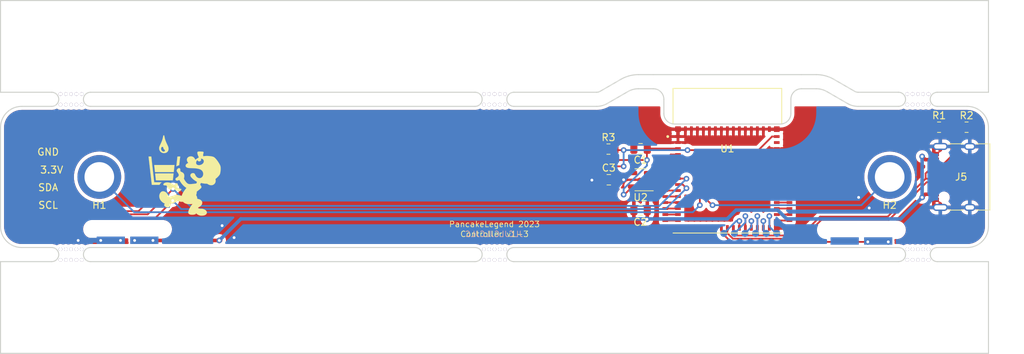
<source format=kicad_pcb>
(kicad_pcb (version 20240108) (generator "pcbnew") (generator_version "8.0")
  (layers (0 "F.Cu" signal) (31 "B.Cu" signal) (34 "B.Paste" user) (35 "F.Paste" user) (36 "B.SilkS" user "B.Silkscreen") (37 "F.SilkS" user "F.Silkscreen") (38 "B.Mask" user) (39 "F.Mask" user) (44 "Edge.Cuts" user))
  (net 0 "")
  (net 1 "GND")
  (net 2 "DOUT")
  (net 3 "3.3V")
  (net 4 "+5V")
  (net 5 "Net-(J5-PadA5)")
  (net 7 "Net-(J5-PadB5)")
  (net 9 "D-")
  (net 10 "D+")
  (net 12 "unconnected-(U1-Pad10)")
  (net 13 "unconnected-(U1-Pad11)")
  (net 14 "unconnected-(U1-Pad12)")
  (net 15 "unconnected-(U1-Pad13)")
  (net 16 "unconnected-(U1-Pad14)")
  (net 17 "unconnected-(U1-Pad15)")
  (net 18 "unconnected-(U1-Pad16)")
  (net 19 "unconnected-(U1-Pad17)")
  (net 20 "unconnected-(U1-Pad18)")
  (net 21 "unconnected-(U1-Pad19)")
  (net 22 "unconnected-(U1-Pad20)")
  (net 23 "unconnected-(U1-Pad21)")
  (net 24 "Net-(U1-Pad25)")
  (net 25 "Net-(U1-Pad26)")
  (net 26 "unconnected-(U1-Pad39)")
  (net 27 "unconnected-(U1-Pad40)")
  (net 28 "unconnected-(U1-Pad41)")
  (net 30 "Net-(J1-Pad1)")
  (net 31 "SDA")
  (net 32 "SCL")
  (net 33 "Net-(H1-Pad1)")
  (net 34 "Net-(H2-Pad1)")
  (net 35 "Net-(C3-Pad1)")
  (net 38 "Net-(TP1-Pad1)")
  (net 39 "unconnected-(U1-Pad33)")
  (net 40 "unconnected-(U1-Pad34)")
  (net 41 "unconnected-(U1-Pad35)")
  (net 42 "unconnected-(U1-Pad36)")
  (net 43 "unconnected-(U1-Pad37)")
  (net 44 "Net-(U1-Pad28)")
  (net 45 "Net-(U1-Pad29)")
  (net 46 "Net-(U1-Pad27)")
  (net 47 "Net-(U1-Pad30)")
  (net 48 "unconnected-(U1-Pad31)")
  (net 49 "unconnected-(U1-Pad32)")
  (net 50 "unconnected-(U1-Pad38)")
  (footprint "Pancake:Mousebites_03" (layer "F.Cu") (at -60 1)
    (property "Reference" "H6" (hide yes))
    (property "Value" "Mousebites" (hide yes))
  )
  (footprint "Pancake:Mousebites_03" (layer "F.Cu") (at -60 -21)
    (property "Reference" "H3" (hide yes))
    (property "Value" "Mousebites" (hide yes))
  )
  (footprint "Pancake:TestPoint_Pad_D1.0mm" (layer "F.Cu") (at 24.2 -12.4)
    (property "Reference" "TP1" (hide yes))
    (property "Value" "TestPoint")
  )
  (footprint "Pancake:Mousebites_03" (layer "F.Cu") (at 0 1)
    (property "Reference" "H7" (hide yes))
    (property "Value" "Mousebites" (hide yes))
  )
  (footprint "Pancake:Mousebites_03" (layer "F.Cu") (at 60 1)
    (property "Reference" "H8" (hide yes))
    (property "Value" "Mousebites" (hide yes))
  )
  (footprint "CCHS:PancakeLegend_Logo" (layer "F.Cu") (at -44.1 -10.2)
    (property "Reference" "H9" (hide yes))
    (property "Value" "Pancake Legend" (hide yes))
  )
  (footprint "Pancake:M3_Soldernut" (layer "F.Cu") (at -56 -10)
    (property "Reference" "H1")
    (property "Value" "Hole_Pad")
  )
  (footprint "Pancake:I2C Breakout Pads" (layer "F.Cu") (at -66.75 -11)
    (property "Reference" "J4" (hide yes))
    (property "Value" "Conn_01x04" (hide yes))
  )
  (footprint "Capacitor_SMD:C_0805_2012Metric" (layer "F.Cu") (at 20.7 -14 180)
    (property "Reference" "C1")
    (property "Value" "C")
  )
  (footprint "Capacitor_SMD:C_0805_2012Metric" (layer "F.Cu") (at 20.7 -5.3 180)
    (property "Reference" "C2")
    (property "Value" "C")
  )
  (footprint "Resistor_SMD:R_0805_2012Metric" (layer "F.Cu") (at 66.9 -17.05)
    (property "Reference" "R2")
    (property "Value" "5.1K")
  )
  (footprint "Pancake:XCVR_ESP32-S3-MINI-1-N8" (layer "F.Cu") (at 33 -9.775)
    (property "Reference" "U1")
    (property "Value" "ESP32-S3-MINI-1-N8")
  )
  (footprint "Pancake:Mousebites_03" (layer "F.Cu") (at 0 -21)
    (property "Reference" "H4" (hide yes))
    (property "Value" "Mousebites" (hide yes))
  )
  (footprint "Package_TO_SOT_SMD:SOT-23-5" (layer "F.Cu") (at 20.7 -9.6 180)
    (property "Reference" "U2")
    (property "Value" "SPX3819M5-L-3-3" (hide yes))
  )
  (footprint "Capacitor_SMD:C_0805_2012Metric" (layer "F.Cu") (at 16.2 -9.6)
    (property "Reference" "C3")
    (property "Value" "1uF/50v")
  )
  (footprint "Pancake:USB_C_Receptacle_HRO_TYPE-C-31-M-12" (layer "F.Cu") (at 66.3 -10 90)
    (property "Reference" "J5")
    (property "Value" "USB_C_Receptacle_USB2.0")
  )
  (footprint "Resistor_SMD:R_0805_2012Metric" (layer "F.Cu") (at 16.15 -13.95)
    (property "Reference" "R3")
    (property "Value" "10k(1%)" (hide yes))
  )
  (footprint "Pancake:M3_Soldernut" (layer "F.Cu") (at 56 -10)
    (property "Reference" "H2")
    (property "Value" "Hole_Pad")
  )
  (footprint "Pancake:Mousebites_03" (layer "F.Cu") (at 60 -21)
    (property "Reference" "H5" (hide yes))
    (property "Value" "Mousebites" (hide yes))
  )
  (footprint "Resistor_SMD:R_0805_2012Metric" (layer "F.Cu") (at 63 -17.05)
    (property "Reference" "R1")
    (property "Value" "5.1K")
  )
  (footprint "Pancake:Panel_Connector 02" (layer "B.Cu") (at -52 -2.6 180)
    (property "Reference" "J1" (hide yes))
    (property "Value" "Conn_01x02_Male")
  )
  (footprint "Pancake:Panel_Connector 02" (layer "B.Cu") (at 52 -2.5 180)
    (property "Reference" "J2" (hide yes))
    (property "Value" "Conn_01x02_Male")
  )
  (footprint "Pancake:TestPoint_Pad_D1.0mm" (layer "B.Cu") (at 38.5 -2 180)
    (property "Reference" "TP6" (hide yes))
    (property "Value" "TestPoint" (hide yes))
  )
  (footprint "Pancake:TestPoint_Pad_D1.0mm" (layer "B.Cu") (at 35.5 -2 180)
    (property "Reference" "TP4" (hide yes))
    (property "Value" "TestPoint" (hide yes))
  )
  (footprint "Pancake:TestPoint_Pad_D1.0mm" (layer "B.Cu") (at 34 -2 180)
    (property "Reference" "TP3" (hide yes))
    (property "Value" "TestPoint" (hide yes))
  )
  (footprint "Pancake:TestPoint_Pad_D1.0mm" (layer "B.Cu") (at 32.5 -2 180)
    (property "Reference" "TP2" (hide yes))
    (property "Value" "TestPoint" (hide yes))
  )
  (footprint "Pancake:TestPoint_Pad_D1.0mm" (layer "B.Cu") (at 37 -2 180)
    (property "Reference" "TP5" (hide yes))
    (property "Value" "TestPoint" (hide yes))
  )
  (footprint "Pancake:TestPoint_Pad_D1.0mm" (layer "B.Cu") (at 40 -2 180)
    (property "Reference" "TP7" (hide yes))
    (property "Value" "TestPoint" (hide yes))
  )
  (gr_line (start -70 2) (end -70 15) (stroke (width 0.15)) (layer "Edge.Cuts"))
  (gr_line (start -2.75 -20) (end -57.25 -20) (stroke (width 0.15)) (layer "Edge.Cuts"))
  (gr_arc (start 42 -21) (mid 42.43934 -22.06066) (end 43.5 -22.5) (stroke (width 0.15)) (layer "Edge.Cuts"))
  (gr_arc (start 25.5 -17.5) (mid 24.43934 -17.93934) (end 24 -19) (stroke (width 0.15)) (layer "Edge.Cuts"))
  (gr_line (start 20.401924 -22.5) (end 22.5 -22.5) (stroke (width 0.15)) (layer "Edge.Cuts"))
  (gr_line (start -57.25 0) (end -2.75 0) (stroke (width 0.15)) (layer "Edge.Cuts"))
  (gr_line (start 43.5 -24.5) (end 22.5 -24.5) (stroke (width 0.15)) (layer "Edge.Cuts"))
  (gr_line (start 47.098076 -22.098076) (end 50.035898 -20.401924) (stroke (width 0.15)) (layer "Edge.Cuts"))
  (gr_line (start 57.25 -22) (end 51.535898 -22) (stroke (width 0.15)) (layer "Edge.Cuts"))
  (gr_arc (start -70 -17) (mid -69.12132 -19.12132) (end -67 -20) (stroke (width 0.15)) (layer "Edge.Cuts"))
  (gr_arc (start -57.25 -20) (mid -58.25 -21) (end -57.25 -22) (stroke (width 0.15)) (layer "Edge.Cuts"))
  (gr_line (start 14.464102 -22) (end 2.75 -22) (stroke (width 0.15)) (layer "Edge.Cuts"))
  (gr_arc (start 70 -3) (mid 69.12132 -0.87868) (end 67 0) (stroke (width 0.15)) (layer "Edge.Cuts"))
  (gr_line (start -70 -17) (end -70 -3) (stroke (width 0.15)) (layer "Edge.Cuts"))
  (gr_line (start -2.75 2) (end -57.25 2) (stroke (width 0.15)) (layer "Edge.Cuts"))
  (gr_arc (start -62.75 -22) (mid -61.75 -21) (end -62.75 -20) (stroke (width 0.15)) (layer "Edge.Cuts"))
  (gr_arc (start 62.75 -20) (mid 61.75 -21) (end 62.75 -22) (stroke (width 0.15)) (layer "Edge.Cuts"))
  (gr_arc (start 51.535898 -22) (mid 51.277079 -22.034074) (end 51.035898 -22.133975) (stroke (width 0.15)) (layer "Edge.Cuts"))
  (gr_arc (start -62.75 0) (mid -61.75 1) (end -62.75 2) (stroke (width 0.15)) (layer "Edge.Cuts"))
  (gr_line (start 2.75 -20) (end 14.464102 -20) (stroke (width 0.15)) (layer "Edge.Cuts"))
  (gr_line (start -62.75 2) (end -70 2) (stroke (width 0.15)) (layer "Edge.Cuts"))
  (gr_arc (start 51.535898 -20) (mid 50.759441 -20.102223) (end 50.035898 -20.401924) (stroke (width 0.15)) (layer "Edge.Cuts"))
  (gr_line (start 45.598076 -24.5) (end 43.5 -24.5) (stroke (width 0.15)) (layer "Edge.Cuts"))
  (gr_arc (start 57.25 -22) (mid 58.25 -21) (end 57.25 -20) (stroke (width 0.15)) (layer "Edge.Cuts"))
  (gr_line (start 17.901924 -23.830127) (end 14.964102 -22.133975) (stroke (width 0.15)) (layer "Edge.Cuts"))
  (gr_line (start 70 -3) (end 70 -17) (stroke (width 0.15)) (layer "Edge.Cuts"))
  (gr_line (start 42 -19) (end 42 -21) (stroke (width 0.15)) (layer "Edge.Cuts"))
  (gr_line (start 62.75 0) (end 67 0) (stroke (width 0.15)) (layer "Edge.Cuts"))
  (gr_arc (start -2.75 -22) (mid -1.75 -21) (end -2.75 -20) (stroke (width 0.15)) (layer "Edge.Cuts"))
  (gr_arc (start 45.598076 -22.5) (mid 46.374533 -22.397777) (end 47.098076 -22.098076) (stroke (width 0.15)) (layer "Edge.Cuts"))
  (gr_arc (start 57.25 0) (mid 58.25 1) (end 57.25 2) (stroke (width 0.15)) (layer "Edge.Cuts"))
  (gr_line (start -70 -35) (end -70 -22) (stroke (width 0.15)) (layer "Edge.Cuts"))
  (gr_line (start 67 -20) (end 62.75 -20) (stroke (width 0.15)) (layer "Edge.Cuts"))
  (gr_arc (start 45.598076 -24.5) (mid 46.892171 -24.329629) (end 48.098076 -23.830127) (stroke (width 0.15)) (layer "Edge.Cuts"))
  (gr_line (start 15.964102 -20.401924) (end 18.901924 -22.098076) (stroke (width 0.15)) (layer "Edge.Cuts"))
  (gr_line (start -70 15) (end 70 15) (stroke (width 0.15)) (layer "Edge.Cuts"))
  (gr_arc (start 18.901924 -22.098076) (mid 19.625467 -22.397777) (end 20.401924 -22.5) (stroke (width 0.15)) (layer "Edge.Cuts"))
  (gr_line (start 51.535898 -20) (end 57.25 -20) (stroke (width 0.15)) (layer "Edge.Cuts"))
  (gr_line (start 22.5 -24.5) (end 20.401924 -24.5) (stroke (width 0.15)) (layer "Edge.Cuts"))
  (gr_arc (start 67 -20) (mid 69.12132 -19.12132) (end 70 -17) (stroke (width 0.15)) (layer "Edge.Cuts"))
  (gr_arc (start 22.5 -22.5) (mid 23.56066 -22.06066) (end 24 -21) (stroke (width 0.15)) (layer "Edge.Cuts"))
  (gr_arc (start 15.964102 -20.401924) (mid 15.240559 -20.102223) (end 14.464102 -20) (stroke (width 0.15)) (layer "Edge.Cuts"))
  (gr_arc (start -57.25 2) (mid -58.25 1) (end -57.25 0) (stroke (width 0.15)) (layer "Edge.Cuts"))
  (gr_line (start 70 -35) (end -70 -35) (stroke (width 0.15)) (layer "Edge.Cuts"))
  (gr_arc (start 17.901924 -23.830127) (mid 19.107829 -24.329629) (end 20.401924 -24.5) (stroke (width 0.15)) (layer "Edge.Cuts"))
  (gr_line (start 57.25 2) (end 2.75 2) (stroke (width 0.15)) (layer "Edge.Cuts"))
  (gr_line (start 62.75 -22) (end 70 -22) (stroke (width 0.15)) (layer "Edge.Cuts"))
  (gr_line (start 70 2) (end 62.75 2) (stroke (width 0.15)) (layer "Edge.Cuts"))
  (gr_line (start 43.5 -22.5) (end 45.598076 -22.5) (stroke (width 0.15)) (layer "Edge.Cuts"))
  (gr_line (start -62.75 -20) (end -67 -20) (stroke (width 0.15)) (layer "Edge.Cuts"))
  (gr_line (start -67 0) (end -62.75 0) (stroke (width 0.15)) (layer "Edge.Cuts"))
  (gr_line (start 51.035898 -22.133975) (end 48.098076 -23.830127) (stroke (width 0.15)) (layer "Edge.Cuts"))
  (gr_line (start 2.75 0) (end 57.25 0) (stroke (width 0.15)) (layer "Edge.Cuts"))
  (gr_arc (start 2.75 -20) (mid 1.75 -21) (end 2.75 -22) (stroke (width 0.15)) (layer "Edge.Cuts"))
  (gr_line (start -70 -22) (end -62.75 -22) (stroke (width 0.15)) (layer "Edge.Cuts"))
  (gr_arc (start -2.75 0) (mid -1.75 1) (end -2.75 2) (stroke (width 0.15)) (layer "Edge.Cuts"))
  (gr_arc (start 2.75 2) (mid 1.75 1) (end 2.75 0) (stroke (width 0.15)) (layer "Edge.Cuts"))
  (gr_arc (start 14.964102 -22.133975) (mid 14.722921 -22.034074) (end 14.464102 -22) (stroke (width 0.15)) (layer "Edge.Cuts"))
  (gr_arc (start -67 0) (mid -69.12132 -0.87868) (end -70 -3) (stroke (width 0.15)) (layer "Edge.Cuts"))
  (gr_line (start 24 -21) (end 24 -19) (stroke (width 0.15)) (layer "Edge.Cuts"))
  (gr_arc (start 62.75 2) (mid 61.75 1) (end 62.75 0) (stroke (width 0.15)) (layer "Edge.Cuts"))
  (gr_line (start 70 -22) (end 70 -35) (stroke (width 0.15)) (layer "Edge.Cuts"))
  (gr_line (start 25.5 -17.5) (end 40.5 -17.5) (stroke (width 0.15)) (layer "Edge.Cuts"))
  (gr_line (start -57.25 -22) (end -2.75 -22) (stroke (width 0.15)) (layer "Edge.Cuts"))
  (gr_line (start 70 15) (end 70 2) (stroke (width 0.15)) (layer "Edge.Cuts"))
  (gr_arc (start 42 -19) (mid 41.56066 -17.93934) (end 40.5 -17.5) (stroke (width 0.15)) (layer "Edge.Cuts"))
  (gr_text "JLCJLCJLCJLC" (at -0.05 -1.9 0) (layer "B.SilkS") (effects (font (size 0.8 0.8) (thickness 0.1)) (justify mirror)))
  (gr_text "Controller v1-3" (at 0 -1.9 0) (layer "F.SilkS") (effects (font (size 0.8 0.8) (thickness 0.1))))
  (gr_text "PancakeLegend 2023\n" (at 0 -3.3 0) (layer "F.SilkS") (effects (font (size 0.8 0.8) (thickness 0.1))))
  (segment (start 33 -11.425) (end 31.35 -11.425) (width 0.5) (layer "F.Cu") (net 1))
  (segment (start 21.8375 -9.6) (end 18.35 -9.6) (width 0.25) (layer "F.Cu") (net 1))
  (segment (start 51.6 -7.1) (end 53.1 -5.6) (width 0.25) (layer "F.Cu") (net 1))
  (segment (start 31.35 -9.775) (end 31.35 -11.425) (width 0.5) (layer "F.Cu") (net 1))
  (segment (start -38.6 -3.1) (end -36.9 -1.4) (width 0.25) (layer "F.Cu") (net 1))
  (via (at -53 -1) (size 0.8) (drill 0.4) (layers "F.Cu" "B.Cu") (net 1))
  (via (at 13.8 -9.55) (size 0.8) (drill 0.4) (layers "F.Cu" "B.Cu") (net 1))
  (via (at -59 -1) (size 0.8) (drill 0.4) (layers "F.Cu" "B.Cu") (net 1))
  (via (at 51.6 -7.1) (size 0.8) (drill 0.4) (layers "F.Cu" "B.Cu") (net 1))
  (via (at 53.1 -5.6) (size 0.8) (drill 0.4) (layers "F.Cu" "B.Cu") (net 1))
  (via (at -38.6 -3.1) (size 0.8) (drill 0.4) (layers "F.Cu" "B.Cu") (net 1))
  (via (at -55.8 -1) (size 0.8) (drill 0.4) (layers "F.Cu" "B.Cu") (net 1))
  (via (at -36.9 -1.4) (size 0.8) (drill 0.4) (layers "F.Cu" "B.Cu") (net 1))
  (via (at 18.3 -9.6) (size 0.8) (drill 0.4) (layers "F.Cu" "B.Cu") (net 1))
  (segment (start -58.975 -1.025) (end -54.375 -1.025) (width 0.7) (layer "B.Cu") (net 1))
  (segment (start -54.4 -1) (end -54.375 -1.025) (width 0.25) (layer "B.Cu") (net 1))
  (segment (start -59 -1) (end -58.975 -1.025) (width 0.25) (layer "B.Cu") (net 1))
  (segment (start 33.5 -0.8) (end 52.9 -0.8) (width 0.25) (layer "F.Cu") (net 2))
  (segment (start 52.9 -0.8) (end 55.8 -0.8) (width 0.25) (layer "F.Cu") (net 2))
  (segment (start 32.15 -2.15) (end 33.5 -0.8) (width 0.25) (layer "F.Cu") (net 2))
  (segment (start 32.15 -2.775) (end 32.15 -2.15) (width 0.25) (layer "F.Cu") (net 2))
  (via (at 55.8 -0.8) (size 0.8) (drill 0.4) (layers "F.Cu" "B.Cu") (net 2))
  (via (at 52.9 -0.8) (size 0.8) (drill 0.4) (layers "F.Cu" "B.Cu") (net 2))
  (segment (start 21.6 -12.4) (end 15.2 -12.4) (width 0.25) (layer "F.Cu") (net 3))
  (segment (start -66.75 -11) (end -60.89904 -5.14904) (width 0.25) (layer "F.Cu") (net 3))
  (segment (start 15.2375 -13.95) (end 15.2375 -12.4375) (width 0.25) (layer "F.Cu") (net 3))
  (segment (start 15.2375 -12.4375) (end 15.2 -12.4) (width 0.25) (layer "F.Cu") (net 3))
  (segment (start 26 -14.025) (end 21.675 -14.025) (width 0.25) (layer "F.Cu") (net 3))
  (segment (start 21.675 -14.025) (end 21.65 -14) (width 0.25) (layer "F.Cu") (net 3))
  (segment (start 18.4125 -7.5) (end 19.5625 -8.65) (width 0.25) (layer "F.Cu") (net 3))
  (segment (start -60.89904 -5.14904) (end -50.45096 -5.14904) (width 0.25) (layer "F.Cu") (net 3))
  (segment (start 21.6 -12.4) (end 21.6 -13.95) (width 0.25) (layer "F.Cu") (net 3))
  (segment (start 16.2 -12.4) (end -43.2 -12.4) (width 0.25) (layer "F.Cu") (net 3))
  (segment (start -50.45096 -5.14904) (end -43.2 -12.4) (width 0.25) (layer "F.Cu") (net 3))
  (segment (start 18.3 -7.5) (end 18.4125 -7.5) (width 0.25) (layer "F.Cu") (net 3))
  (segment (start 21.6 -13.95) (end 21.65 -14) (width 0.25) (layer "F.Cu") (net 3))
  (via (at 21.6 -12.4) (size 0.8) (drill 0.4) (layers "F.Cu" "B.Cu") (net 3))
  (via (at 18.3 -7.5) (size 0.8) (drill 0.4) (layers "F.Cu" "B.Cu") (net 3))
  (segment (start 21.6 -11.6) (end 18.3 -8.3) (width 0.25) (layer "B.Cu") (net 3))
  (segment (start 18.3 -8.3) (end 18.3 -7.5) (width 0.25) (layer "B.Cu") (net 3))
  (segment (start 21.6 -12.4) (end 21.6 -11.6) (width 0.25) (layer "B.Cu") (net 3))
  (segment (start -48.4 -1) (end -51 -1) (width 0.5) (layer "F.Cu") (net 4))
  (segment (start 62.205 -7.5) (end 62.255 -7.55) (width 0.25) (layer "F.Cu") (net 4))
  (segment (start 23.15 -10.05) (end 23.15 -9.25) (width 0.5) (layer "F.Cu") (net 4))
  (segment (start 61.05 -12.45) (end 62.255 -12.45) (width 0.5) (layer "F.Cu") (net 4))
  (segment (start 21.65 -5.3) (end 21.65 -8.4625) (width 0.5) (layer "F.Cu") (net 4))
  (segment (start 22.65 -10.55) (end 23.15 -10.05) (width 0.5) (layer "F.Cu") (net 4))
  (segment (start 22.55 -8.65) (end 21.8375 -8.65) (width 0.5) (layer "F.Cu") (net 4))
  (segment (start 61.05 -7.55) (end 62.255 -7.55) (width 0.5) (layer "F.Cu") (net 4))
  (segment (start 21.65 -5.3) (end 21.65 -4.05) (width 0.5) (layer "F.Cu") (net 4))
  (segment (start 62.205 -12.4) (end 62.255 -12.45) (width 0.25) (layer "F.Cu") (net 4))
  (segment (start 60.6 -12.9) (end 61.05 -12.45) (width 0.5) (layer "F.Cu") (net 4))
  (segment (start 23.15 -9.25) (end 22.55 -8.65) (width 0.5) (layer "F.Cu") (net 4))
  (segment (start -38.8 -1) (end -48.4 -1) (width 0.5) (layer "F.Cu") (net 4))
  (segment (start 21.65 -8.4625) (end 21.8375 -8.65) (width 0.5) (layer "F.Cu") (net 4))
  (segment (start 21.65 -4.05) (end 21.6 -4) (width 0.5) (layer "F.Cu") (net 4))
  (segment (start 60.6 -7.1) (end 61.05 -7.55) (width 0.5) (layer "F.Cu") (net 4))
  (segment (start 21.8375 -10.55) (end 22.65 -10.55) (width 0.5) (layer "F.Cu") (net 4))
  (via (at 21.6 -4) (size 0.8) (drill 0.4) (layers "F.Cu" "B.Cu") (net 4))
  (via (at 60.6 -7.1) (size 0.8) (drill 0.4) (layers "F.Cu" "B.Cu") (net 4))
  (via (at -51 -1) (size 0.8) (drill 0.4) (layers "F.Cu" "B.Cu") (net 4))
  (via (at 60.6 -12.9) (size 0.8) (drill 0.4) (layers "F.Cu" "B.Cu") (net 4))
  (via (at -48.4 -1) (size 0.8) (drill 0.4) (layers "F.Cu" "B.Cu") (net 4))
  (via (at -39 -1) (size 0.8) (drill 0.4) (layers "F.Cu" "B.Cu") (net 4))
  (segment (start 60.6 -12.9) (end 60.6 -7.1) (width 0.5) (layer "B.Cu") (net 4))
  (segment (start 34.22524 -5.3) (end 40.14904 -5.3) (width 0.5) (layer "B.Cu") (net 4))
  (segment (start 60.6 -7.1) (end 57.54952 -4.04952) (width 0.5) (layer "B.Cu") (net 4))
  (segment (start 57.54952 -4.04952) (end 41.39952 -4.04952) (width 0.5) (layer "B.Cu") (net 4))
  (segment (start 34.22524 -5.3) (end 32.97476 -4.04952) (width 0.5) (layer "B.Cu") (net 4))
  (segment (start 32.97476 -4.04952) (end -35.95048 -4.04952) (width 0.5) (layer "B.Cu") (net 4))
  (segment (start 41.39952 -4.04952) (end 40.14904 -5.3) (width 0.5) (layer "B.Cu") (net 4))
  (segment (start -35.95048 -4.04952) (end -39 -1) (width 0.5) (layer "B.Cu") (net 4))
  (segment (start 67.725 -17) (end 65.17452 -14.44952) (width 0.25) (layer "F.Cu") (net 5))
  (segment (start 65.17452 -10.67452) (end 63.25 -8.75) (width 0.25) (layer "F.Cu") (net 5))
  (segment (start 65.17452 -14.44952) (end 65.17452 -10.67452) (width 0.25) (layer "F.Cu") (net 5))
  (segment (start 63.25 -8.75) (end 62.255 -8.75) (width 0.25) (layer "F.Cu") (net 5))
  (segment (start 64.725 -12.925727) (end 63.549273 -11.75) (width 0.25) (layer "F.Cu") (net 7))
  (segment (start 64.725 -15.725) (end 64.725 -12.925727) (width 0.25) (layer "F.Cu") (net 7))
  (segment (start 63.9125 -16.5375) (end 64.725 -15.725) (width 0.25) (layer "F.Cu") (net 7))
  (segment (start 63.549273 -11.75) (end 62.255 -11.75) (width 0.25) (layer "F.Cu") (net 7))
  (segment (start 63.9125 -17) (end 63.9125 -16.5375) (width 0.25) (layer "F.Cu") (net 7))
  (segment (start 63.114282 -9.25) (end 62.255 -9.25) (width 0.25) (layer "F.Cu") (net 9))
  (segment (start 33 -2.035718) (end 33 -2.775) (width 0.25) (layer "F.Cu") (net 9))
  (segment (start 33.786198 -1.24952) (end 33 -2.035718) (width 0.25) (layer "F.Cu") (net 9))
  (segment (start 63.15 -10.25) (end 63.4 -10) (width 0.25) (layer "F.Cu") (net 9))
  (segment (start 62.255 -10.25) (end 63.15 -10.25) (width 0.25) (layer "F.Cu") (net 9))
  (segment (start 62.255 -9.25) (end 61.230978 -9.25) (width 0.25) (layer "F.Cu") (net 9))
  (segment (start 63.4 -9.535718) (end 63.114282 -9.25) (width 0.25) (layer "F.Cu") (net 9))
  (segment (start 43.64952 -1.24952) (end 33.786198 -1.24952) (width 0.25) (layer "F.Cu") (net 9))
  (segment (start 46.32452 -3.92452) (end 43.64952 -1.24952) (width 0.25) (layer "F.Cu") (net 9))
  (segment (start 61.230978 -9.25) (end 55.905498 -3.92452) (width 0.25) (layer "F.Cu") (net 9))
  (segment (start 63.4 -10) (end 63.4 -9.535718) (width 0.25) (layer "F.Cu") (net 9))
  (segment (start 55.905498 -3.92452) (end 46.32452 -3.92452) (width 0.25) (layer "F.Cu") (net 9))
  (segment (start 61.095261 -10.495261) (end 61.095261 -9.75) (width 0.25) (layer "F.Cu") (net 10))
  (segment (start 61.35 -10.75) (end 61.095261 -10.495261) (width 0.25) (layer "F.Cu") (net 10))
  (segment (start 33.85 -1.84904) (end 33.85 -2.775) (width 0.25) (layer "F.Cu") (net 10))
  (segment (start 43.463322 -1.69904) (end 34 -1.69904) (width 0.25) (layer "F.Cu") (net 10))
  (segment (start 62.255 -10.75) (end 61.35 -10.75) (width 0.25) (layer "F.Cu") (net 10))
  (segment (start 60.07263 -8.72737) (end 55.7193 -4.37404) (width 0.25) (layer "F.Cu") (net 10))
  (segment (start 34 -1.69904) (end 33.85 -1.84904) (width 0.25) (layer "F.Cu") (net 10))
  (segment (start 46.138322 -4.37404) (end 43.463322 -1.69904) (width 0.25) (layer "F.Cu") (net 10))
  (segment (start 61.095261 -9.75) (end 60.07263 -8.72737) (width 0.25) (layer "F.Cu") (net 10))
  (segment (start 55.7193 -4.37404) (end 46.138322 -4.37404) (width 0.25) (layer "F.Cu") (net 10))
  (segment (start 62.255 -9.75) (end 61.095261 -9.75) (width 0.25) (layer "F.Cu") (net 10))
  (segment (start 24.2 -8.075) (end 26 -8.075) (width 0.25) (layer "F.Cu") (net 12))
  (segment (start 26 -7.225) (end 24.2 -7.225) (width 0.25) (layer "F.Cu") (net 13))
  (segment (start 24.2 -6.375) (end 26 -6.375) (width 0.25) (layer "F.Cu") (net 14))
  (segment (start 26 -5.525) (end 24.2 -5.525) (width 0.25) (layer "F.Cu") (net 15))
  (segment (start 24.2 -4.675) (end 26 -4.675) (width 0.25) (layer "F.Cu") (net 16))
  (segment (start 26 -3.825) (end 24.2 -3.825) (width 0.25) (layer "F.Cu") (net 17))
  (segment (start 27.05 -2.775) (end 27.05 -0.975) (width 0.25) (layer "F.Cu") (net 18))
  (segment (start 27.9 -0.975) (end 27.9 -2.775) (width 0.25) (layer "F.Cu") (net 19))
  (segment (start 28.75 -2.775) (end 28.75 -0.975) (width 0.25) (layer "F.Cu") (net 20))
  (segment (start 29.6 -0.975) (end 29.6 -2.775) (width 0.25) (layer "F.Cu") (net 21))
  (segment (start 30.45 -2.775) (end 30.45 -0.975) (width 0.25) (layer "F.Cu") (net 22))
  (segment (start 31.3 -0.975) (end 31.3 -2.775) (width 0.25) (layer "F.Cu") (net 23))
  (segment (start 34.7 -3.75) (end 34.7 -2.775) (width 0.25) (layer "F.Cu") (net 24))
  (via (at 34.7 -3.75) (size 0.8) (drill 0.4) (layers "F.Cu" "B.Cu") (net 24))
  (segment (start 34.7 -3.75) (end 34.25 -3.75) (width 0.25) (layer "B.Cu") (net 24))
  (segment (start 34.25 -3.75) (end 32.5 -2) (width 0.25) (layer "B.Cu") (net 24))
  (segment (start 35.55 -4.45) (end 35.55 -2.775) (width 0.25) (layer "F.Cu") (net 25))
  (via (at 35.55 -4.45) (size 0.8) (drill 0.4) (layers "F.Cu" "B.Cu") (net 25))
  (segment (start 35.55 -3.55) (end 34 -2) (width 0.25) (layer "B.Cu") (net 25))
  (segment (start 35.55 -4.45) (end 35.55 -3.55) (width 0.25) (layer "B.Cu") (net 25))
  (segment (start 40 -10.625) (end 41.8 -10.625) (width 0.25) (layer "F.Cu") (net 26))
  (segment (start 41.8 -11.475) (end 40 -11.475) (width 0.25) (layer "F.Cu") (net 27))
  (segment (start 40 -12.325) (end 41.8 -12.325) (width 0.25) (layer "F.Cu") (net 28))
  (segment (start -49.15048 -4.69952) (end -62.98952 -4.69952) (width 0.25) (layer "F.Cu") (net 31))
  (segment (start -62.98952 -4.69952) (end -66.75 -8.46) (width 0.25) (layer "F.Cu") (net 31))
  (segment (start -45.55 -8.3) (end -49.15048 -4.69952) (width 0.25) (layer "F.Cu") (net 31))
  (segment (start 26 -9.775) (end 27.175 -9.775) (width 0.25) (layer "F.Cu") (net 31))
  (segment (start 27.175 -9.775) (end 27.2 -9.75) (width 0.25) (layer "F.Cu") (net 31))
  (via (at -45.55 -8.3) (size 0.8) (drill 0.4) (layers "F.Cu" "B.Cu") (net 31))
  (via (at 27.2 -9.75) (size 0.8) (drill 0.4) (layers "F.Cu" "B.Cu") (net 31))
  (segment (start 27.2 -9.75) (end 23.34904 -5.89904) (width 0.25) (layer "B.Cu") (net 31))
  (segment (start 22.55 -5.89904) (end -42.75 -5.89904) (width 0.25) (layer "B.Cu") (net 31))
  (segment (start 23.34904 -5.89904) (end 22.55 -5.89904) (width 0.25) (layer "B.Cu") (net 31))
  (segment (start -43.14904 -5.89904) (end -44.825 -7.575) (width 0.25) (layer "B.Cu") (net 31))
  (segment (start -44.825 -7.575) (end -45.55 -8.3) (width 0.25) (layer "B.Cu") (net 31))
  (segment (start -42.75 -5.89904) (end -43.14904 -5.89904) (width 0.25) (layer "B.Cu") (net 31))
  (segment (start 26.675 -8.925) (end 27.2 -8.4) (width 0.25) (layer "F.Cu") (net 32))
  (segment (start -45.6 -6.65) (end -48 -4.25) (width 0.25) (layer "F.Cu") (net 32))
  (segment (start 26 -8.925) (end 26.675 -8.925) (width 0.25) (layer "F.Cu") (net 32))
  (segment (start -65 -4.25) (end -66.75 -6) (width 0.25) (layer "F.Cu") (net 32))
  (segment (start -48 -4.25) (end -65 -4.25) (width 0.25) (layer "F.Cu") (net 32))
  (via (at 27.2 -8.4) (size 0.8) (drill 0.4) (layers "F.Cu" "B.Cu") (net 32))
  (via (at -45.6 -6.65) (size 0.8) (drill 0.4) (layers "F.Cu" "B.Cu") (net 32))
  (segment (start -44.39952 -5.44952) (end 24.24952 -5.44952) (width 0.25) (layer "B.Cu") (net 32))
  (segment (start 24.24952 -5.44952) (end 27.2 -8.4) (width 0.25) (layer "B.Cu") (net 32))
  (segment (start -45.6 -6.65) (end -44.39952 -5.44952) (width 0.25) (layer "B.Cu") (net 32))
  (segment (start 29.1 -10.7) (end 29.1 -6) (width 0.25) (layer "F.Cu") (net 33))
  (segment (start 28.325 -11.475) (end 29.1 -10.7) (width 0.25) (layer "F.Cu") (net 33))
  (segment (start 26 -11.475) (end 28.325 -11.475) (width 0.25) (layer "F.Cu") (net 33))
  (via (at 29.1 -6) (size 0.8) (drill 0.4) (layers "F.Cu" "B.Cu") (net 33))
  (segment (start 29.1 -6) (end 28.1 -5) (width 0.25) (layer "B.Cu") (net 33))
  (segment (start -51.05 -5) (end -56 -9.95) (width 0.25) (layer "B.Cu") (net 33))
  (segment (start 28.1 -5) (end -51.05 -5) (width 0.25) (layer "B.Cu") (net 33))
  (segment (start 28.975 -12.325) (end 29.7 -11.6) (width 0.25) (layer "F.Cu") (net 34))
  (segment (start 29.7 -7.15) (end 30.8 -6.05) (width 0.25) (layer "F.Cu") (net 34))
  (segment (start 29.7 -11.6) (end 29.7 -7.15) (width 0.25) (layer "F.Cu") (net 34))
  (segment (start 26 -12.325) (end 28.975 -12.325) (width 0.25) (layer "F.Cu") (net 34))
  (via (at 30.9 -6) (size 0.8) (drill 0.4) (layers "F.Cu" "B.Cu") (net 34))
  (segment (start 52 -6) (end 52.1 -6.1) (width 0.25) (layer "B.Cu") (net 34))
  (segment (start 52.1 -6.1) (end 56 -10) (width 0.25) (layer "B.Cu") (net 34))
  (segment (start 30.9 -6) (end 52 -6) (width 0.25) (layer "B.Cu") (net 34))
  (segment (start 39.325 -15.725) (end 40 -15.725) (width 0.25) (layer "F.Cu") (net 35))
  (segment (start 16.15 -11.5) (end 18.3 -11.5) (width 0.25) (layer "F.Cu") (net 35))
  (segment (start 15.25 -10.6) (end 16.15 -11.5) (width 0.25) (layer "F.Cu") (net 35))
  (segment (start 37.4 -13.8) (end 39.325 -15.725) (width 0.25) (layer "F.Cu") (net 35))
  (segment (start 15.25 -10.6) (end 15.25 -9.6) (width 0.25) (layer "F.Cu") (net 35))
  (segment (start 37.4 -13.8) (end 27.35 -13.8) (width 0.25) (layer "F.Cu") (net 35))
  (segment (start 18.45 -13.8) (end 17.3125 -13.8) (width 0.25) (layer "F.Cu") (net 35))
  (via (at 18.3 -13.8) (size 0.8) (drill 0.4) (layers "F.Cu" "B.Cu") (net 35))
  (via (at 27.35 -13.8) (size 0.8) (drill 0.4) (layers "F.Cu" "B.Cu") (net 35))
  (via (at 18.3 -11.5) (size 0.8) (drill 0.4) (layers "F.Cu" "B.Cu") (net 35))
  (segment (start 18.3 -13.8) (end 18.3 -11.6) (width 0.25) (layer "B.Cu") (net 35))
  (segment (start 27.35 -13.85) (end 27.32402 -13.87598) (width 0.25) (layer "B.Cu") (net 35))
  (segment (start 27.35 -13.8) (end 18.45 -13.8) (width 0.25) (layer "B.Cu") (net 35))
  (segment (start 27.35 -13.8) (end 27.35 -13.85) (width 0.25) (layer "B.Cu") (net 35))
  (segment (start 24.975 -13.175) (end 24.2 -12.4) (width 0.25) (layer "F.Cu") (net 38))
  (segment (start 26 -13.175) (end 24.975 -13.175) (width 0.25) (layer "F.Cu") (net 38))
  (segment (start 40 -5.525) (end 41.8 -5.525) (width 0.25) (layer "F.Cu") (net 39))
  (segment (start 41.8 -6.375) (end 40 -6.375) (width 0.25) (layer "F.Cu") (net 40))
  (segment (start 40 -7.225) (end 41.8 -7.225) (width 0.25) (layer "F.Cu") (net 41))
  (segment (start 41.8 -8.075) (end 40 -8.075) (width 0.25) (layer "F.Cu") (net 42))
  (segment (start 40 -8.925) (end 41.8 -8.925) (width 0.25) (layer "F.Cu") (net 43))
  (segment (start 37.25 -4.45) (end 37.25 -2.775) (width 0.25) (layer "F.Cu") (net 44))
  (via (at 37.25 -4.45) (size 0.8) (drill 0.4) (layers "F.Cu" "B.Cu") (net 44))
  (segment (start 37.25 -4.45) (end 37.25 -2.25) (width 0.25) (layer "B.Cu") (net 44))
  (segment (start 37.25 -2.25) (end 37 -2) (width 0.25) (layer "B.Cu") (net 44))
  (segment (start 38.1 -3.75) (end 38.1 -2.775) (width 0.25) (layer "F.Cu") (net 45))
  (via (at 38.1 -3.75) (size 0.8) (drill 0.4) (layers "F.Cu" "B.Cu") (net 45))
  (segment (start 38.1 -2.4) (end 38.5 -2) (width 0.25) (layer "B.Cu") (net 45))
  (segment (start 38.1 -3.75) (end 38.1 -2.4) (width 0.25) (layer "B.Cu") (net 45))
  (segment (start 36.4 -3.75) (end 36.4 -2.775) (width 0.25) (layer "F.Cu") (net 46))
  (via (at 36.4 -3.75) (size 0.8) (drill 0.4) (layers "F.Cu" "B.Cu") (net 46))
  (segment (start 36.4 -3.75) (end 36.4 -2.9) (width 0.25) (layer "B.Cu") (net 46))
  (segment (start 36.4 -2.9) (end 35.5 -2) (width 0.25) (layer "B.Cu") (net 46))
  (segment (start 38.95 -4.45) (end 38.95 -2.775) (width 0.25) (layer "F.Cu") (net 47))
  (via (at 38.95 -4.45) (size 0.8) (drill 0.4) (layers "F.Cu" "B.Cu") (net 47))
  (segment (start 39.9 -2) (end 40 -2) (width 0.25) (layer "B.Cu") (net 47))
  (segment (start 38.95 -4.45) (end 38.95 -2.95) (width 0.25) (layer "B.Cu") (net 47))
  (segment (start 38.95 -2.95) (end 39.9 -2) (width 0.25) (layer "B.Cu") (net 47))
  (segment (start 40 -3.825) (end 41.8 -3.825) (width 0.25) (layer "F.Cu") (net 48))
  (segment (start 41.8 -4.675) (end 40 -4.675) (width 0.25) (layer "F.Cu") (net 49))
  (segment (start 41.8 -9.775) (end 40 -9.775) (width 0.25) (layer "F.Cu") (net 50))
  (zone (net 1) (net_name "GND") (layer "F.Cu") (connect_pads (clearance 0.5)) (min_thickness 0.254) (fill yes (thermal_gap 0.508) (thermal_bridge_width 0.508))
    (polygon (pts (xy 70 0) (xy -70 0) (xy -70 -20) (xy 70 -20)))
  )
  (zone (net 0) (net_name "") (layers "F&B.Cu") (connect_pads (clearance 0)) (min_thickness 0.254)
    (keepout (tracks not_allowed) (vias not_allowed) (pads not_allowed) (copperpour not_allowed) (footprints allowed))
    (fill (thermal_gap 0.508) (thermal_bridge_width 0.508))
    (polygon (pts (xy 45.6 -20) (xy 20.4 -20) (xy 20.4 -21) (xy 45.6 -21)))
  )
  (zone (net 0) (net_name "") (layer "B.Cu") (connect_pads (clearance 0)) (min_thickness 0.254)
    (keepout (tracks not_allowed) (vias not_allowed) (pads not_allowed) (copperpour not_allowed) (footprints allowed))
    (fill (thermal_gap 0.508) (thermal_bridge_width 0.508))
    (polygon (pts (xy 45.6 -19.103102) (xy 45.599892 -19.097895) (xy 45.582798 -18.684593) (xy 45.581938 -18.674215) (xy 45.531095 -18.266323) (xy 45.529381 -18.256051) (xy 45.445027 -17.853752) (xy 45.442471 -17.843657) (xy 45.32518 -17.449685) (xy 45.321802 -17.439843) (xy 45.17237 -17.056883) (xy 45.168199 -17.047375) (xy 44.987669 -16.678094) (xy 44.982713 -16.668935) (xy 44.772297 -16.315813) (xy 44.766601 -16.307095) (xy 44.527752 -15.972566) (xy 44.521356 -15.964348) (xy 44.255683 -15.650668) (xy 44.248629 -15.643007) (xy 43.957993 -15.352371) (xy 43.950332 -15.345317) (xy 43.636652 -15.079644) (xy 43.628434 -15.073248) (xy 43.293905 -14.834399) (xy 43.285187 -14.828703) (xy 42.932065 -14.618287) (xy 42.92291 -14.613333) (xy 42.553617 -14.432797) (xy 42.544117 -14.42863) (xy 42.161157 -14.279198) (xy 42.151315 -14.27582) (xy 41.757343 -14.158529) (xy 41.747248 -14.155973) (xy 41.453261 -14.09433) (xy 41.344945 -14.071618) (xy 41.334681 -14.069906) (xy 41.181398 -14.050799) (xy 40.926785 -14.019062) (xy 40.916407 -14.018202) (xy 40.503105 -14.001108) (xy 40.497898 -14.001) (xy 25.503102 -14.001) (xy 25.497895 -14.001108) (xy 25.084593 -14.018202) (xy 25.074215 -14.019062) (xy 24.819602 -14.050799) (xy 24.666319 -14.069906) (xy 24.656055 -14.071618) (xy 24.547739 -14.09433) (xy 24.253752 -14.155973) (xy 24.243657 -14.158529) (xy 23.849685 -14.27582) (xy 23.839843 -14.279198) (xy 23.456883 -14.42863) (xy 23.447383 -14.432797) (xy 23.07809 -14.613333) (xy 23.068935 -14.618287) (xy 22.715813 -14.828703) (xy 22.707095 -14.834399) (xy 22.372566 -15.073248) (xy 22.364348 -15.079644) (xy 22.050668 -15.345317) (xy 22.043007 -15.352371) (xy 21.752371 -15.643007) (xy 21.745317 -15.650668) (xy 21.479644 -15.964348) (xy 21.473248 -15.972566) (xy 21.234399 -16.307095) (xy 21.228703 -16.315813) (xy 21.018287 -16.668935) (xy 21.013331 -16.678094) (xy 20.832801 -17.047375) (xy 20.82863 -17.056883) (xy 20.679198 -17.439843) (xy 20.67582 -17.449685) (xy 20.558529 -17.843657) (xy 20.555973 -17.853752) (xy 20.471619 -18.256051) (xy 20.469905 -18.266323) (xy 20.419062 -18.674215) (xy 20.418202 -18.684593) (xy 20.401108 -19.097895) (xy 20.401 -19.103102) (xy 20.4 -23.3) (xy 45.6 -23.3)))
  )
  (zone (net 1) (net_name "GND") (layer "B.Cu") (connect_pads (clearance 0.5)) (min_thickness 0.254) (fill yes (thermal_gap 0.508) (thermal_bridge_width 0.508))
    (polygon (pts (xy 70 0) (xy -70 0) (xy -70 -20) (xy 70 -20)))
  )
)
</source>
